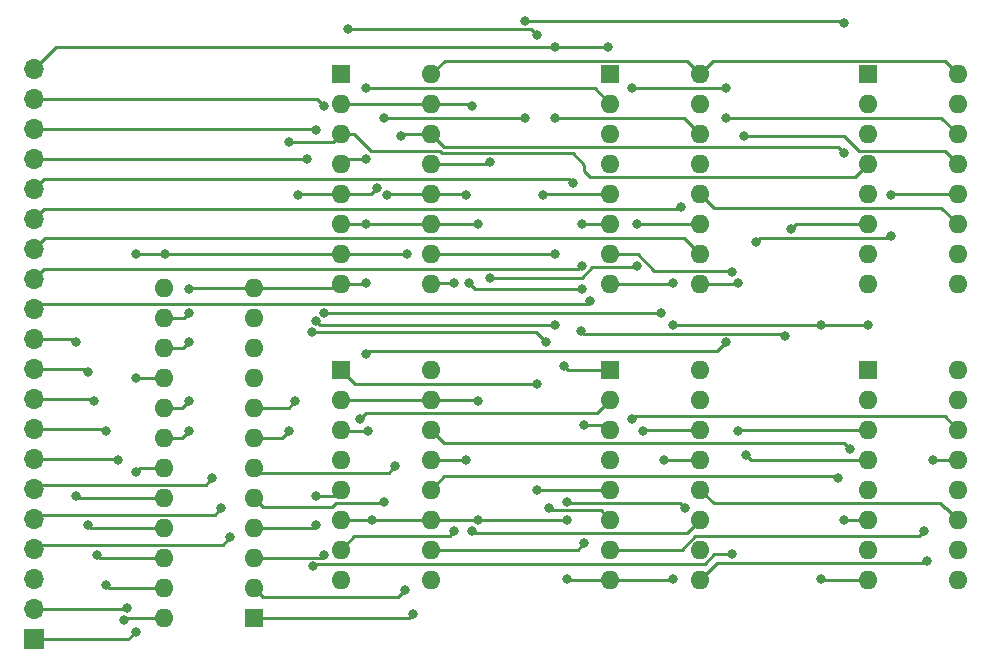
<source format=gbr>
%TF.GenerationSoftware,KiCad,Pcbnew,7.0.9*%
%TF.CreationDate,2024-01-29T12:05:15+11:00*%
%TF.ProjectId,rom-module,726f6d2d-6d6f-4647-956c-652e6b696361,rev?*%
%TF.SameCoordinates,Original*%
%TF.FileFunction,Copper,L1,Top*%
%TF.FilePolarity,Positive*%
%FSLAX46Y46*%
G04 Gerber Fmt 4.6, Leading zero omitted, Abs format (unit mm)*
G04 Created by KiCad (PCBNEW 7.0.9) date 2024-01-29 12:05:15*
%MOMM*%
%LPD*%
G01*
G04 APERTURE LIST*
%TA.AperFunction,ComponentPad*%
%ADD10O,1.600000X1.600000*%
%TD*%
%TA.AperFunction,ComponentPad*%
%ADD11R,1.600000X1.600000*%
%TD*%
%TA.AperFunction,ComponentPad*%
%ADD12O,1.700000X1.700000*%
%TD*%
%TA.AperFunction,ComponentPad*%
%ADD13R,1.700000X1.700000*%
%TD*%
%TA.AperFunction,ViaPad*%
%ADD14C,0.800000*%
%TD*%
%TA.AperFunction,Conductor*%
%ADD15C,0.250000*%
%TD*%
G04 APERTURE END LIST*
D10*
%TO.P,U4,16,VCC*%
%TO.N,+5V*%
X139000000Y-74300000D03*
%TO.P,U4,15,B3*%
%TO.N,GND*%
X139000000Y-76840000D03*
%TO.P,U4,14,A3*%
%TO.N,Net-(AT28C1-A6)*%
X139000000Y-79380000D03*
%TO.P,U4,13,S3*%
%TO.N,Net-(U4-S3)*%
X139000000Y-81920000D03*
%TO.P,U4,12,A4*%
%TO.N,Net-(AT28C1-A7)*%
X139000000Y-84460000D03*
%TO.P,U4,11,B4*%
%TO.N,GND*%
X139000000Y-87000000D03*
%TO.P,U4,10,S4*%
%TO.N,Net-(U4-S4)*%
X139000000Y-89540000D03*
%TO.P,U4,9,C4*%
%TO.N,unconnected-(U4-C4-Pad9)*%
X139000000Y-92080000D03*
%TO.P,U4,8,GND*%
%TO.N,GND*%
X131380000Y-92080000D03*
%TO.P,U4,7,C0*%
%TO.N,Net-(U3-C4)*%
X131380000Y-89540000D03*
%TO.P,U4,6,B1*%
%TO.N,GND*%
X131380000Y-87000000D03*
%TO.P,U4,5,A1*%
%TO.N,Net-(AT28C1-A4)*%
X131380000Y-84460000D03*
%TO.P,U4,4,S1*%
%TO.N,Net-(U4-S1)*%
X131380000Y-81920000D03*
%TO.P,U4,3,A2*%
%TO.N,Net-(AT28C1-A5)*%
X131380000Y-79380000D03*
%TO.P,U4,2,B2*%
%TO.N,GND*%
X131380000Y-76840000D03*
D11*
%TO.P,U4,1,S2*%
%TO.N,Net-(U4-S2)*%
X131380000Y-74300000D03*
%TD*%
D10*
%TO.P,U6,16,VCC*%
%TO.N,+5V*%
X161820000Y-74300000D03*
%TO.P,U6,15,E*%
%TO.N,GND*%
X161820000Y-76840000D03*
%TO.P,U6,14,I0d*%
%TO.N,Net-(U4-S4)*%
X161820000Y-79380000D03*
%TO.P,U6,13,I1d*%
%TO.N,Net-(J1-Pin_19)*%
X161820000Y-81920000D03*
%TO.P,U6,12,Zd*%
%TO.N,Net-(U2-D3)*%
X161820000Y-84460000D03*
%TO.P,U6,11,I0c*%
%TO.N,Net-(U4-S3)*%
X161820000Y-87000000D03*
%TO.P,U6,10,I1c*%
%TO.N,Net-(J1-Pin_18)*%
X161820000Y-89540000D03*
%TO.P,U6,9,Zc*%
%TO.N,Net-(U2-D2)*%
X161820000Y-92080000D03*
%TO.P,U6,8,GND*%
%TO.N,GND*%
X154200000Y-92080000D03*
%TO.P,U6,7,Zb*%
%TO.N,Net-(U2-D1)*%
X154200000Y-89540000D03*
%TO.P,U6,6,I1b*%
%TO.N,Net-(J1-Pin_17)*%
X154200000Y-87000000D03*
%TO.P,U6,5,I0b*%
%TO.N,Net-(U4-S2)*%
X154200000Y-84460000D03*
%TO.P,U6,4,Za*%
%TO.N,Net-(U2-D0)*%
X154200000Y-81920000D03*
%TO.P,U6,3,I1a*%
%TO.N,Net-(J1-Pin_16)*%
X154200000Y-79380000D03*
%TO.P,U6,2,I0a*%
%TO.N,Net-(U4-S1)*%
X154200000Y-76840000D03*
D11*
%TO.P,U6,1,S*%
%TO.N,br_en*%
X154200000Y-74300000D03*
%TD*%
D10*
%TO.P,U5,16,VCC*%
%TO.N,+5V*%
X161820000Y-49260000D03*
%TO.P,U5,15,E*%
%TO.N,GND*%
X161820000Y-51800000D03*
%TO.P,U5,14,I0d*%
%TO.N,Net-(U3-S4)*%
X161820000Y-54340000D03*
%TO.P,U5,13,I1d*%
%TO.N,Net-(J1-Pin_15)*%
X161820000Y-56880000D03*
%TO.P,U5,12,Zd*%
%TO.N,Net-(U1-D3)*%
X161820000Y-59420000D03*
%TO.P,U5,11,I0c*%
%TO.N,Net-(U3-S3)*%
X161820000Y-61960000D03*
%TO.P,U5,10,I1c*%
%TO.N,Net-(J1-Pin_14)*%
X161820000Y-64500000D03*
%TO.P,U5,9,Zc*%
%TO.N,Net-(U1-D2)*%
X161820000Y-67040000D03*
%TO.P,U5,8,GND*%
%TO.N,GND*%
X154200000Y-67040000D03*
%TO.P,U5,7,Zb*%
%TO.N,Net-(U1-D1)*%
X154200000Y-64500000D03*
%TO.P,U5,6,I1b*%
%TO.N,Net-(J1-Pin_13)*%
X154200000Y-61960000D03*
%TO.P,U5,5,I0b*%
%TO.N,Net-(U3-S2)*%
X154200000Y-59420000D03*
%TO.P,U5,4,Za*%
%TO.N,Net-(U1-D0)*%
X154200000Y-56880000D03*
%TO.P,U5,3,I1a*%
%TO.N,Net-(J1-Pin_12)*%
X154200000Y-54340000D03*
%TO.P,U5,2,I0a*%
%TO.N,Net-(U3-S1)*%
X154200000Y-51800000D03*
D11*
%TO.P,U5,1,S*%
%TO.N,br_en*%
X154200000Y-49260000D03*
%TD*%
D10*
%TO.P,U3,16,VCC*%
%TO.N,+5V*%
X139000000Y-49300000D03*
%TO.P,U3,15,B3*%
%TO.N,GND*%
X139000000Y-51840000D03*
%TO.P,U3,14,A3*%
%TO.N,Net-(AT28C1-A2)*%
X139000000Y-54380000D03*
%TO.P,U3,13,S3*%
%TO.N,Net-(U3-S3)*%
X139000000Y-56920000D03*
%TO.P,U3,12,A4*%
%TO.N,Net-(AT28C1-A3)*%
X139000000Y-59460000D03*
%TO.P,U3,11,B4*%
%TO.N,GND*%
X139000000Y-62000000D03*
%TO.P,U3,10,S4*%
%TO.N,Net-(U3-S4)*%
X139000000Y-64540000D03*
%TO.P,U3,9,C4*%
%TO.N,Net-(U3-C4)*%
X139000000Y-67080000D03*
%TO.P,U3,8,GND*%
%TO.N,GND*%
X131380000Y-67080000D03*
%TO.P,U3,7,C0*%
%TO.N,+5V*%
X131380000Y-64540000D03*
%TO.P,U3,6,B1*%
%TO.N,GND*%
X131380000Y-62000000D03*
%TO.P,U3,5,A1*%
%TO.N,Net-(AT28C1-A0)*%
X131380000Y-59460000D03*
%TO.P,U3,4,S1*%
%TO.N,Net-(U3-S1)*%
X131380000Y-56920000D03*
%TO.P,U3,3,A2*%
%TO.N,Net-(AT28C1-A1)*%
X131380000Y-54380000D03*
%TO.P,U3,2,B2*%
%TO.N,GND*%
X131380000Y-51840000D03*
D11*
%TO.P,U3,1,S2*%
%TO.N,Net-(U3-S2)*%
X131380000Y-49300000D03*
%TD*%
D10*
%TO.P,U2,16,VCC*%
%TO.N,+5V*%
X183620000Y-74300000D03*
%TO.P,U2,15,Mr*%
%TO.N,unconnected-(U2-Mr-Pad15)*%
X183620000Y-76840000D03*
%TO.P,U2,14,D0*%
%TO.N,Net-(U2-D0)*%
X183620000Y-79380000D03*
%TO.P,U2,13,D1*%
%TO.N,Net-(U2-D1)*%
X183620000Y-81920000D03*
%TO.P,U2,12,D2*%
%TO.N,Net-(U2-D2)*%
X183620000Y-84460000D03*
%TO.P,U2,11,D3*%
%TO.N,Net-(U2-D3)*%
X183620000Y-87000000D03*
%TO.P,U2,10,E2*%
%TO.N,unconnected-(U2-E2-Pad10)*%
X183620000Y-89540000D03*
%TO.P,U2,9,E1*%
%TO.N,unconnected-(U2-E1-Pad9)*%
X183620000Y-92080000D03*
%TO.P,U2,8,GND*%
%TO.N,GND*%
X176000000Y-92080000D03*
%TO.P,U2,7,Cp*%
%TO.N,unconnected-(U2-Cp-Pad7)*%
X176000000Y-89540000D03*
%TO.P,U2,6,Q3*%
%TO.N,Net-(AT28C1-A7)*%
X176000000Y-87000000D03*
%TO.P,U2,5,Q2*%
%TO.N,Net-(AT28C1-A6)*%
X176000000Y-84460000D03*
%TO.P,U2,4,Q1*%
%TO.N,Net-(AT28C1-A5)*%
X176000000Y-81920000D03*
%TO.P,U2,3,Q0*%
%TO.N,Net-(AT28C1-A4)*%
X176000000Y-79380000D03*
%TO.P,U2,2,Oe2*%
%TO.N,unconnected-(U2-Oe2-Pad2)*%
X176000000Y-76840000D03*
D11*
%TO.P,U2,1,Oe1*%
%TO.N,unconnected-(U2-Oe1-Pad1)*%
X176000000Y-74300000D03*
%TD*%
D10*
%TO.P,U1,16,VCC*%
%TO.N,+5V*%
X183620000Y-49300000D03*
%TO.P,U1,15,Mr*%
%TO.N,unconnected-(U1-Mr-Pad15)*%
X183620000Y-51840000D03*
%TO.P,U1,14,D0*%
%TO.N,Net-(U1-D0)*%
X183620000Y-54380000D03*
%TO.P,U1,13,D1*%
%TO.N,Net-(U1-D1)*%
X183620000Y-56920000D03*
%TO.P,U1,12,D2*%
%TO.N,Net-(U1-D2)*%
X183620000Y-59460000D03*
%TO.P,U1,11,D3*%
%TO.N,Net-(U1-D3)*%
X183620000Y-62000000D03*
%TO.P,U1,10,E2*%
%TO.N,unconnected-(U1-E2-Pad10)*%
X183620000Y-64540000D03*
%TO.P,U1,9,E1*%
%TO.N,unconnected-(U1-E1-Pad9)*%
X183620000Y-67080000D03*
%TO.P,U1,8,GND*%
%TO.N,GND*%
X176000000Y-67080000D03*
%TO.P,U1,7,Cp*%
%TO.N,unconnected-(U1-Cp-Pad7)*%
X176000000Y-64540000D03*
%TO.P,U1,6,Q3*%
%TO.N,Net-(AT28C1-A3)*%
X176000000Y-62000000D03*
%TO.P,U1,5,Q2*%
%TO.N,Net-(AT28C1-A2)*%
X176000000Y-59460000D03*
%TO.P,U1,4,Q1*%
%TO.N,Net-(AT28C1-A1)*%
X176000000Y-56920000D03*
%TO.P,U1,3,Q0*%
%TO.N,Net-(AT28C1-A0)*%
X176000000Y-54380000D03*
%TO.P,U1,2,Oe2*%
%TO.N,unconnected-(U1-Oe2-Pad2)*%
X176000000Y-51840000D03*
D11*
%TO.P,U1,1,Oe1*%
%TO.N,unconnected-(U1-Oe1-Pad1)*%
X176000000Y-49300000D03*
%TD*%
D12*
%TO.P,J1,20,Pin_20*%
%TO.N,br_en*%
X105375000Y-48865000D03*
%TO.P,J1,19,Pin_19*%
%TO.N,Net-(J1-Pin_19)*%
X105375000Y-51405000D03*
%TO.P,J1,18,Pin_18*%
%TO.N,Net-(J1-Pin_18)*%
X105375000Y-53945000D03*
%TO.P,J1,17,Pin_17*%
%TO.N,Net-(J1-Pin_17)*%
X105375000Y-56485000D03*
%TO.P,J1,16,Pin_16*%
%TO.N,Net-(J1-Pin_16)*%
X105375000Y-59025000D03*
%TO.P,J1,15,Pin_15*%
%TO.N,Net-(J1-Pin_15)*%
X105375000Y-61565000D03*
%TO.P,J1,14,Pin_14*%
%TO.N,Net-(J1-Pin_14)*%
X105375000Y-64105000D03*
%TO.P,J1,13,Pin_13*%
%TO.N,Net-(J1-Pin_13)*%
X105375000Y-66645000D03*
%TO.P,J1,12,Pin_12*%
%TO.N,Net-(J1-Pin_12)*%
X105375000Y-69185000D03*
%TO.P,J1,11,Pin_11*%
%TO.N,Net-(AT28C1-IO7)*%
X105375000Y-71725000D03*
%TO.P,J1,10,Pin_10*%
%TO.N,Net-(AT28C1-IO6)*%
X105375000Y-74265000D03*
%TO.P,J1,9,Pin_9*%
%TO.N,Net-(AT28C1-IO5)*%
X105375000Y-76805000D03*
%TO.P,J1,8,Pin_8*%
%TO.N,Net-(AT28C1-IO4)*%
X105375000Y-79345000D03*
%TO.P,J1,7,Pin_7*%
%TO.N,Net-(AT28C1-IO3)*%
X105375000Y-81885000D03*
%TO.P,J1,6,Pin_6*%
%TO.N,Net-(AT28C1-IO2)*%
X105375000Y-84425000D03*
%TO.P,J1,5,Pin_5*%
%TO.N,Net-(AT28C1-IO1)*%
X105375000Y-86965000D03*
%TO.P,J1,4,Pin_4*%
%TO.N,Net-(AT28C1-IO0)*%
X105375000Y-89505000D03*
%TO.P,J1,3,Pin_3*%
%TO.N,clk*%
X105375000Y-92045000D03*
%TO.P,J1,2,Pin_2*%
%TO.N,+5V*%
X105375000Y-94585000D03*
D13*
%TO.P,J1,1,Pin_1*%
%TO.N,GND*%
X105375000Y-97125000D03*
%TD*%
D10*
%TO.P,AT28C1,24,IO3*%
%TO.N,Net-(AT28C1-IO3)*%
X116380000Y-95320000D03*
%TO.P,AT28C1,23,IO4*%
%TO.N,Net-(AT28C1-IO4)*%
X116380000Y-92780000D03*
%TO.P,AT28C1,22,IO5*%
%TO.N,Net-(AT28C1-IO5)*%
X116380000Y-90240000D03*
%TO.P,AT28C1,21,IO6*%
%TO.N,Net-(AT28C1-IO6)*%
X116380000Y-87700000D03*
%TO.P,AT28C1,20,IO7*%
%TO.N,Net-(AT28C1-IO7)*%
X116380000Y-85160000D03*
%TO.P,AT28C1,19,!CE*%
%TO.N,GND*%
X116380000Y-82620000D03*
%TO.P,AT28C1,18,A10*%
X116380000Y-80080000D03*
%TO.P,AT28C1,17,!OE*%
X116380000Y-77540000D03*
%TO.P,AT28C1,16,!WE*%
%TO.N,+5V*%
X116380000Y-75000000D03*
%TO.P,AT28C1,15,A9*%
%TO.N,GND*%
X116380000Y-72460000D03*
%TO.P,AT28C1,14,A8*%
X116380000Y-69920000D03*
%TO.P,AT28C1,13,VCC*%
%TO.N,+5V*%
X116380000Y-67380000D03*
%TO.P,AT28C1,12,GND*%
%TO.N,GND*%
X124000000Y-67380000D03*
%TO.P,AT28C1,11,IO2*%
%TO.N,Net-(AT28C1-IO2)*%
X124000000Y-69920000D03*
%TO.P,AT28C1,10,IO1*%
%TO.N,Net-(AT28C1-IO1)*%
X124000000Y-72460000D03*
%TO.P,AT28C1,9,IO0*%
%TO.N,Net-(AT28C1-IO0)*%
X124000000Y-75000000D03*
%TO.P,AT28C1,8,A0*%
%TO.N,Net-(AT28C1-A0)*%
X124000000Y-77540000D03*
%TO.P,AT28C1,7,A1*%
%TO.N,Net-(AT28C1-A1)*%
X124000000Y-80080000D03*
%TO.P,AT28C1,6,A2*%
%TO.N,Net-(AT28C1-A2)*%
X124000000Y-82620000D03*
%TO.P,AT28C1,5,A3*%
%TO.N,Net-(AT28C1-A3)*%
X124000000Y-85160000D03*
%TO.P,AT28C1,4,A4*%
%TO.N,Net-(AT28C1-A4)*%
X124000000Y-87700000D03*
%TO.P,AT28C1,3,A5*%
%TO.N,Net-(AT28C1-A5)*%
X124000000Y-90240000D03*
%TO.P,AT28C1,2,A6*%
%TO.N,Net-(AT28C1-A6)*%
X124000000Y-92780000D03*
D11*
%TO.P,AT28C1,1,A7*%
%TO.N,Net-(AT28C1-A7)*%
X124000000Y-95320000D03*
%TD*%
D14*
%TO.N,+5V*%
X137000000Y-64500000D03*
%TO.N,GND*%
X133500000Y-67000000D03*
X133500000Y-62000000D03*
%TO.N,Net-(U3-C4)*%
X141000000Y-67000000D03*
X141000000Y-88000000D03*
%TO.N,+5V*%
X114000000Y-64500000D03*
X116500000Y-64500000D03*
%TO.N,Net-(U4-S2)*%
X148000000Y-84500000D03*
X148000000Y-75500000D03*
%TO.N,Net-(AT28C1-A3)*%
X151775500Y-67500000D03*
X142000000Y-59500000D03*
X151724500Y-71000000D03*
X142275500Y-67000000D03*
X169000000Y-71500000D03*
X169500000Y-62400500D03*
%TO.N,Net-(AT28C1-A5)*%
X165724500Y-81500000D03*
X164000000Y-72000000D03*
X133724500Y-79500000D03*
X133500000Y-73000000D03*
%TO.N,Net-(U1-D2)*%
X178000000Y-63000000D03*
X166500000Y-63500000D03*
X165000000Y-67000000D03*
X178000000Y-59500000D03*
%TO.N,Net-(U1-D1)*%
X164500000Y-66000000D03*
X165500000Y-54500000D03*
%TO.N,Net-(AT28C1-A0)*%
X134435462Y-58958390D03*
X147000000Y-44775500D03*
X174000000Y-45000000D03*
X135000000Y-53000000D03*
X147000000Y-53000000D03*
%TO.N,Net-(U3-S3)*%
X144000000Y-66519500D03*
X156500000Y-62000000D03*
X156500000Y-65500000D03*
X144000000Y-56726000D03*
%TO.N,Net-(U3-S2)*%
X148500000Y-59500000D03*
X132000000Y-45500000D03*
X148000000Y-46000000D03*
%TO.N,Net-(U3-S1)*%
X133500000Y-56500000D03*
X133500000Y-50500000D03*
%TO.N,Net-(U1-D0)*%
X156000000Y-50500000D03*
X164000000Y-50500000D03*
X164000000Y-53000000D03*
%TO.N,Net-(AT28C1-A2)*%
X174000000Y-56000000D03*
%TO.N,Net-(U3-S4)*%
X149500000Y-53000000D03*
X149500000Y-64500000D03*
%TO.N,Net-(U4-S1)*%
X133000000Y-78500000D03*
%TO.N,Net-(U4-S4)*%
X152000000Y-89000000D03*
X157000000Y-79500000D03*
%TO.N,Net-(AT28C1-A4)*%
X129000000Y-90964500D03*
X165000000Y-79500000D03*
X164500000Y-89940500D03*
%TO.N,Net-(U2-D0)*%
X156000000Y-78500000D03*
%TO.N,Net-(U2-D1)*%
X181500000Y-82000000D03*
X180775500Y-88000000D03*
%TO.N,Net-(U2-D2)*%
X181000000Y-90500000D03*
%TO.N,Net-(AT28C1-A7)*%
X174000000Y-87000000D03*
X173500000Y-83500000D03*
%TO.N,Net-(U4-S3)*%
X142500000Y-88000000D03*
X142000000Y-82000000D03*
%TO.N,Net-(AT28C1-A6)*%
X174500000Y-81000000D03*
%TO.N,Net-(AT28C1-A1)*%
X127000000Y-55000000D03*
X127000000Y-79500000D03*
%TO.N,Net-(AT28C1-A0)*%
X127775500Y-59500000D03*
X127500000Y-77000000D03*
%TO.N,Net-(AT28C1-A3)*%
X135275500Y-59500000D03*
X135000000Y-85500000D03*
%TO.N,Net-(AT28C1-A2)*%
X136500000Y-54500000D03*
X136000000Y-82500000D03*
%TO.N,Net-(J1-Pin_17)*%
X149000000Y-86000000D03*
X128946675Y-71144249D03*
X128500000Y-56500000D03*
X148775500Y-72000000D03*
%TO.N,Net-(J1-Pin_18)*%
X150500000Y-85500000D03*
X149500000Y-70500000D03*
X129265310Y-54000000D03*
X129293245Y-70206755D03*
X160500000Y-86000000D03*
%TO.N,Net-(J1-Pin_19)*%
X158775500Y-82000000D03*
X129989810Y-52001181D03*
X130000000Y-69500000D03*
X158500000Y-69500000D03*
%TO.N,br_en*%
X150275500Y-74000000D03*
X149500000Y-47000000D03*
X154000000Y-47000000D03*
%TO.N,Net-(J1-Pin_16)*%
X151000000Y-58500000D03*
X152000000Y-79000000D03*
%TO.N,Net-(J1-Pin_15)*%
X160224500Y-60500000D03*
%TO.N,Net-(J1-Pin_13)*%
X151775500Y-62000000D03*
X151775500Y-65500000D03*
%TO.N,Net-(J1-Pin_12)*%
X152500000Y-68500000D03*
%TO.N,Net-(AT28C1-A4)*%
X129275500Y-85000000D03*
X129275500Y-87500000D03*
%TO.N,Net-(AT28C1-A5)*%
X130000000Y-90000000D03*
%TO.N,Net-(AT28C1-A6)*%
X136775500Y-93000000D03*
%TO.N,Net-(AT28C1-A7)*%
X137500000Y-95000000D03*
%TO.N,Net-(AT28C1-IO7)*%
X109000000Y-85000000D03*
X109000000Y-72000000D03*
%TO.N,Net-(AT28C1-IO6)*%
X110000000Y-87500000D03*
X110000000Y-74500000D03*
%TO.N,Net-(AT28C1-IO5)*%
X110500000Y-77000000D03*
X110775500Y-90000000D03*
%TO.N,Net-(AT28C1-IO4)*%
X111500000Y-92500000D03*
X111500000Y-79500000D03*
%TO.N,Net-(AT28C1-IO3)*%
X113000000Y-95500000D03*
X112500000Y-82000000D03*
%TO.N,Net-(AT28C1-IO2)*%
X120500000Y-83500000D03*
%TO.N,Net-(AT28C1-IO1)*%
X121275500Y-86000000D03*
%TO.N,Net-(AT28C1-IO0)*%
X122000000Y-88500000D03*
%TO.N,+5V*%
X114000000Y-75000000D03*
X113275500Y-94500000D03*
%TO.N,GND*%
X114000000Y-96500000D03*
X114000000Y-83000000D03*
X134000000Y-87000000D03*
X118500000Y-69500000D03*
X118500000Y-72000000D03*
X118500000Y-77000000D03*
X118500000Y-79500000D03*
X118500000Y-67500000D03*
X142500000Y-52000000D03*
X143000000Y-62000000D03*
X143000000Y-77000000D03*
X143000000Y-87000000D03*
X172000000Y-92000000D03*
X172000000Y-70500000D03*
X176000000Y-70500000D03*
X159500000Y-70500000D03*
X159500000Y-67000000D03*
X159500000Y-92000000D03*
X150500000Y-87000000D03*
X150500000Y-92000000D03*
%TD*%
D15*
%TO.N,+5V*%
X136960000Y-64540000D02*
X137000000Y-64500000D01*
X131380000Y-64540000D02*
X136960000Y-64540000D01*
%TO.N,GND*%
X133420000Y-67080000D02*
X133500000Y-67000000D01*
X133500000Y-62000000D02*
X131380000Y-62000000D01*
X131380000Y-67080000D02*
X133420000Y-67080000D01*
X139000000Y-62000000D02*
X133500000Y-62000000D01*
%TO.N,Net-(U3-C4)*%
X141000000Y-67000000D02*
X139080000Y-67000000D01*
X139080000Y-67000000D02*
X139000000Y-67080000D01*
X131380000Y-89540000D02*
X132505000Y-88415000D01*
X132505000Y-88415000D02*
X140585000Y-88415000D01*
X140585000Y-88415000D02*
X141000000Y-88000000D01*
%TO.N,+5V*%
X116500000Y-64500000D02*
X114000000Y-64500000D01*
X116540000Y-64540000D02*
X116500000Y-64500000D01*
X131380000Y-64540000D02*
X116540000Y-64540000D01*
%TO.N,Net-(U4-S2)*%
X148000000Y-84500000D02*
X148040000Y-84460000D01*
X131380000Y-74300000D02*
X132580000Y-75500000D01*
X132580000Y-75500000D02*
X148000000Y-75500000D01*
X148040000Y-84460000D02*
X154200000Y-84460000D01*
%TO.N,Net-(AT28C1-A3)*%
X169900500Y-62000000D02*
X169500000Y-62400500D01*
X176000000Y-62000000D02*
X169900500Y-62000000D01*
X151775500Y-67500000D02*
X142775500Y-67500000D01*
X168775000Y-71275000D02*
X151999500Y-71275000D01*
X151999500Y-71275000D02*
X151724500Y-71000000D01*
X142775500Y-67500000D02*
X142275500Y-67000000D01*
X169000000Y-71500000D02*
X168775000Y-71275000D01*
X142000000Y-59500000D02*
X141960000Y-59460000D01*
X141960000Y-59460000D02*
X139000000Y-59460000D01*
%TO.N,Net-(AT28C1-A5)*%
X133724500Y-79500000D02*
X131500000Y-79500000D01*
X164000000Y-72000000D02*
X163275000Y-72725000D01*
X176000000Y-81920000D02*
X166144500Y-81920000D01*
X133775000Y-72725000D02*
X133500000Y-73000000D01*
X131500000Y-79500000D02*
X131380000Y-79380000D01*
X163275000Y-72725000D02*
X133775000Y-72725000D01*
X166144500Y-81920000D02*
X165724500Y-81500000D01*
%TO.N,Net-(U1-D2)*%
X178040000Y-59460000D02*
X178000000Y-59500000D01*
X183620000Y-59460000D02*
X178040000Y-59460000D01*
X165000000Y-67000000D02*
X164960000Y-67040000D01*
X178000000Y-63000000D02*
X177875000Y-63125000D01*
X177875000Y-63125000D02*
X166875000Y-63125000D01*
X166875000Y-63125000D02*
X166500000Y-63500000D01*
X164960000Y-67040000D02*
X161820000Y-67040000D01*
%TO.N,Net-(U1-D1)*%
X182495000Y-55795000D02*
X175295000Y-55795000D01*
X183620000Y-56920000D02*
X182495000Y-55795000D01*
X157940305Y-65915000D02*
X156525305Y-64500000D01*
X174000000Y-54500000D02*
X165500000Y-54500000D01*
X175295000Y-55795000D02*
X174000000Y-54500000D01*
X156525305Y-64500000D02*
X154200000Y-64500000D01*
X164500000Y-66000000D02*
X164415000Y-65915000D01*
X164415000Y-65915000D02*
X157940305Y-65915000D01*
%TO.N,Net-(AT28C1-A0)*%
X131380000Y-59460000D02*
X133933852Y-59460000D01*
X135000000Y-53000000D02*
X147000000Y-53000000D01*
X147000000Y-44775500D02*
X173775500Y-44775500D01*
X133933852Y-59460000D02*
X134435462Y-58958390D01*
X173775500Y-44775500D02*
X174000000Y-45000000D01*
%TO.N,Net-(U3-S3)*%
X144000000Y-56726000D02*
X143806000Y-56920000D01*
X143806000Y-56920000D02*
X139000000Y-56920000D01*
%TO.N,Net-(AT28C1-A1)*%
X131380000Y-54380000D02*
X132511370Y-54380000D01*
X132511370Y-54380000D02*
X133926370Y-55795000D01*
X133926370Y-55795000D02*
X139778604Y-55795000D01*
X139778604Y-55795000D02*
X139984604Y-56001000D01*
X139984604Y-56001000D02*
X151001000Y-56001000D01*
X152520305Y-58005000D02*
X174915000Y-58005000D01*
X174915000Y-58005000D02*
X176000000Y-56920000D01*
X151001000Y-56001000D02*
X151965805Y-56965805D01*
X151965805Y-56965805D02*
X151965805Y-57450500D01*
X151965805Y-57450500D02*
X152520305Y-58005000D01*
%TO.N,Net-(U3-S3)*%
X151781305Y-66519500D02*
X144000000Y-66519500D01*
X156375000Y-65625000D02*
X152675805Y-65625000D01*
X152675805Y-65625000D02*
X151781305Y-66519500D01*
X156540000Y-61960000D02*
X156500000Y-62000000D01*
X156500000Y-65500000D02*
X156375000Y-65625000D01*
X161820000Y-61960000D02*
X156540000Y-61960000D01*
%TO.N,Net-(U1-D3)*%
X183620000Y-62000000D02*
X182205000Y-60585000D01*
X182205000Y-60585000D02*
X162985000Y-60585000D01*
X162985000Y-60585000D02*
X161820000Y-59420000D01*
%TO.N,Net-(U3-S2)*%
X132000000Y-45500000D02*
X147500000Y-45500000D01*
X148500000Y-59500000D02*
X148580000Y-59420000D01*
X147500000Y-45500000D02*
X148000000Y-46000000D01*
X148580000Y-59420000D02*
X154200000Y-59420000D01*
%TO.N,Net-(U3-S1)*%
X131800000Y-56500000D02*
X131380000Y-56920000D01*
X154200000Y-51800000D02*
X152900000Y-50500000D01*
X152900000Y-50500000D02*
X133500000Y-50500000D01*
X133500000Y-56500000D02*
X131800000Y-56500000D01*
%TO.N,Net-(U1-D0)*%
X182240000Y-53000000D02*
X175500000Y-53000000D01*
X183620000Y-54380000D02*
X182240000Y-53000000D01*
X175500000Y-53000000D02*
X164000000Y-53000000D01*
X164000000Y-50500000D02*
X156000000Y-50500000D01*
%TO.N,Net-(AT28C1-A2)*%
X139000000Y-54380000D02*
X140085000Y-55465000D01*
X173465000Y-55465000D02*
X174000000Y-56000000D01*
X140085000Y-55465000D02*
X173465000Y-55465000D01*
%TO.N,Net-(U3-S4)*%
X139000000Y-64540000D02*
X149460000Y-64540000D01*
X149500000Y-53000000D02*
X160480000Y-53000000D01*
X149460000Y-64540000D02*
X149500000Y-64500000D01*
X160480000Y-53000000D02*
X161820000Y-54340000D01*
%TO.N,Net-(U4-S1)*%
X133535000Y-77965000D02*
X133000000Y-78500000D01*
X153075000Y-77965000D02*
X133535000Y-77965000D01*
X154200000Y-76840000D02*
X153075000Y-77965000D01*
%TO.N,Net-(U4-S4)*%
X157000000Y-79500000D02*
X157120000Y-79380000D01*
X151460000Y-89540000D02*
X152000000Y-89000000D01*
X157120000Y-79380000D02*
X161820000Y-79380000D01*
X139000000Y-89540000D02*
X151460000Y-89540000D01*
%TO.N,Net-(AT28C1-A4)*%
X162225991Y-90725000D02*
X129239500Y-90725000D01*
X164500000Y-89940500D02*
X163010491Y-89940500D01*
X129239500Y-90725000D02*
X129000000Y-90964500D01*
X165120000Y-79380000D02*
X165000000Y-79500000D01*
X176000000Y-79380000D02*
X165120000Y-79380000D01*
X163010491Y-89940500D02*
X162225991Y-90725000D01*
%TO.N,Net-(U2-D0)*%
X156245000Y-78255000D02*
X156000000Y-78500000D01*
X182495000Y-78255000D02*
X156245000Y-78255000D01*
X183620000Y-79380000D02*
X182495000Y-78255000D01*
%TO.N,Net-(U2-D1)*%
X154200000Y-89540000D02*
X160229009Y-89540000D01*
X161354009Y-88415000D02*
X180360500Y-88415000D01*
X160229009Y-89540000D02*
X161354009Y-88415000D01*
X180360500Y-88415000D02*
X180775500Y-88000000D01*
X181500000Y-82000000D02*
X183540000Y-82000000D01*
X183540000Y-82000000D02*
X183620000Y-81920000D01*
%TO.N,Net-(U2-D2)*%
X163235000Y-90665000D02*
X161820000Y-92080000D01*
X181000000Y-90500000D02*
X180835000Y-90665000D01*
X180835000Y-90665000D02*
X163235000Y-90665000D01*
%TO.N,Net-(AT28C1-A7)*%
X173335000Y-83335000D02*
X173500000Y-83500000D01*
X139000000Y-84460000D02*
X140125000Y-83335000D01*
X140125000Y-83335000D02*
X173335000Y-83335000D01*
X174000000Y-87000000D02*
X176000000Y-87000000D01*
%TO.N,Net-(U4-S3)*%
X141920000Y-81920000D02*
X139000000Y-81920000D01*
X161820000Y-87000000D02*
X160695000Y-88125000D01*
X142000000Y-82000000D02*
X141920000Y-81920000D01*
X160695000Y-88125000D02*
X142625000Y-88125000D01*
X142625000Y-88125000D02*
X142500000Y-88000000D01*
%TO.N,Net-(U2-D3)*%
X182085000Y-85585000D02*
X182500000Y-86000000D01*
X162945000Y-85585000D02*
X182085000Y-85585000D01*
X161820000Y-84460000D02*
X162945000Y-85585000D01*
X182500000Y-86000000D02*
X182620000Y-86000000D01*
X182620000Y-86000000D02*
X183620000Y-87000000D01*
%TO.N,Net-(AT28C1-A6)*%
X139000000Y-79380000D02*
X140125000Y-80505000D01*
X140125000Y-80505000D02*
X174005000Y-80505000D01*
X174005000Y-80505000D02*
X174500000Y-81000000D01*
%TO.N,Net-(AT28C1-A1)*%
X130760000Y-55000000D02*
X131380000Y-54380000D01*
X124000000Y-80080000D02*
X126420000Y-80080000D01*
X126420000Y-80080000D02*
X127000000Y-79500000D01*
X127000000Y-55000000D02*
X130760000Y-55000000D01*
%TO.N,Net-(AT28C1-A0)*%
X124000000Y-77540000D02*
X126960000Y-77540000D01*
X127775500Y-59500000D02*
X127815500Y-59460000D01*
X126960000Y-77540000D02*
X127500000Y-77000000D01*
X127815500Y-59460000D02*
X131380000Y-59460000D01*
%TO.N,Net-(AT28C1-A3)*%
X131000000Y-85585000D02*
X134915000Y-85585000D01*
X124000000Y-85160000D02*
X124799999Y-85959999D01*
X124799999Y-85959999D02*
X130625001Y-85959999D01*
X130625001Y-85959999D02*
X131000000Y-85585000D01*
X134915000Y-85585000D02*
X135000000Y-85500000D01*
X135275500Y-59500000D02*
X135315500Y-59460000D01*
X135315500Y-59460000D02*
X139000000Y-59460000D01*
%TO.N,Net-(AT28C1-A2)*%
X136500000Y-54500000D02*
X136620000Y-54380000D01*
X124000000Y-82620000D02*
X124425000Y-83045000D01*
X135455000Y-83045000D02*
X136000000Y-82500000D01*
X124425000Y-83045000D02*
X135455000Y-83045000D01*
X136620000Y-54380000D02*
X139000000Y-54380000D01*
%TO.N,Net-(J1-Pin_17)*%
X105375000Y-56485000D02*
X128485000Y-56485000D01*
X149000000Y-86000000D02*
X149225000Y-86225000D01*
X128485000Y-56485000D02*
X128500000Y-56500000D01*
X128946675Y-71144249D02*
X147919749Y-71144249D01*
X147919749Y-71144249D02*
X148775500Y-72000000D01*
X153425000Y-86225000D02*
X154200000Y-87000000D01*
X149225000Y-86225000D02*
X153425000Y-86225000D01*
%TO.N,Net-(J1-Pin_18)*%
X150585000Y-85585000D02*
X160085000Y-85585000D01*
X105375000Y-53945000D02*
X129210310Y-53945000D01*
X129210310Y-53945000D02*
X129265310Y-54000000D01*
X129293245Y-70206755D02*
X129586490Y-70500000D01*
X150500000Y-85500000D02*
X150585000Y-85585000D01*
X129586490Y-70500000D02*
X149500000Y-70500000D01*
X160085000Y-85585000D02*
X160500000Y-86000000D01*
%TO.N,Net-(J1-Pin_19)*%
X158775500Y-82000000D02*
X158855500Y-81920000D01*
X105375000Y-51405000D02*
X129393629Y-51405000D01*
X129393629Y-51405000D02*
X129989810Y-52001181D01*
X130000000Y-69500000D02*
X158500000Y-69500000D01*
X158855500Y-81920000D02*
X161820000Y-81920000D01*
%TO.N,br_en*%
X150575500Y-74300000D02*
X150275500Y-74000000D01*
X154200000Y-74300000D02*
X150575500Y-74300000D01*
X107240000Y-47000000D02*
X149500000Y-47000000D01*
X149500000Y-47000000D02*
X154000000Y-47000000D01*
X105375000Y-48865000D02*
X107240000Y-47000000D01*
%TO.N,Net-(J1-Pin_16)*%
X105375000Y-59025000D02*
X106225000Y-58175000D01*
X106225000Y-58175000D02*
X150675000Y-58175000D01*
X150675000Y-58175000D02*
X151000000Y-58500000D01*
X153820000Y-79000000D02*
X154200000Y-79380000D01*
X152000000Y-79000000D02*
X153820000Y-79000000D01*
%TO.N,Net-(J1-Pin_15)*%
X105375000Y-61565000D02*
X106225000Y-60715000D01*
X106225000Y-60715000D02*
X160009500Y-60715000D01*
X160009500Y-60715000D02*
X160224500Y-60500000D01*
%TO.N,Net-(J1-Pin_14)*%
X105375000Y-64105000D02*
X106355000Y-63125000D01*
X106355000Y-63125000D02*
X160445000Y-63125000D01*
X160445000Y-63125000D02*
X161820000Y-64500000D01*
%TO.N,Net-(J1-Pin_13)*%
X105375000Y-66645000D02*
X106225000Y-65795000D01*
X151480500Y-65795000D02*
X151775500Y-65500000D01*
X106225000Y-65795000D02*
X151480500Y-65795000D01*
X154160000Y-62000000D02*
X154200000Y-61960000D01*
X151775500Y-62000000D02*
X154160000Y-62000000D01*
%TO.N,Net-(J1-Pin_12)*%
X105375000Y-69185000D02*
X105785000Y-68775000D01*
X152225000Y-68775000D02*
X152500000Y-68500000D01*
X105785000Y-68775000D02*
X152225000Y-68775000D01*
%TO.N,Net-(AT28C1-A4)*%
X124000000Y-87700000D02*
X129075500Y-87700000D01*
X129075500Y-87700000D02*
X129275500Y-87500000D01*
X129275500Y-85000000D02*
X130840000Y-85000000D01*
X130840000Y-85000000D02*
X131380000Y-84460000D01*
%TO.N,Net-(AT28C1-A5)*%
X124000000Y-90240000D02*
X129760000Y-90240000D01*
X129760000Y-90240000D02*
X130000000Y-90000000D01*
%TO.N,Net-(AT28C1-A6)*%
X124000000Y-92780000D02*
X124799999Y-93579999D01*
X124799999Y-93579999D02*
X136195501Y-93579999D01*
X136195501Y-93579999D02*
X136775500Y-93000000D01*
%TO.N,Net-(AT28C1-A7)*%
X124000000Y-95320000D02*
X137180000Y-95320000D01*
X137180000Y-95320000D02*
X137500000Y-95000000D01*
%TO.N,Net-(AT28C1-IO7)*%
X105375000Y-71725000D02*
X108725000Y-71725000D01*
X108725000Y-71725000D02*
X109000000Y-72000000D01*
X109000000Y-85000000D02*
X109160000Y-85160000D01*
X109160000Y-85160000D02*
X116380000Y-85160000D01*
%TO.N,Net-(AT28C1-IO6)*%
X110200000Y-87700000D02*
X116380000Y-87700000D01*
X105375000Y-74265000D02*
X109765000Y-74265000D01*
X109765000Y-74265000D02*
X110000000Y-74500000D01*
X110000000Y-87500000D02*
X110200000Y-87700000D01*
%TO.N,Net-(AT28C1-IO5)*%
X111015500Y-90240000D02*
X110775500Y-90000000D01*
X116380000Y-90240000D02*
X111015500Y-90240000D01*
X110500000Y-77000000D02*
X110305000Y-76805000D01*
X110305000Y-76805000D02*
X105375000Y-76805000D01*
%TO.N,Net-(AT28C1-IO4)*%
X111500000Y-92500000D02*
X111780000Y-92780000D01*
X111345000Y-79345000D02*
X111500000Y-79500000D01*
X111780000Y-92780000D02*
X116380000Y-92780000D01*
X105375000Y-79345000D02*
X111345000Y-79345000D01*
%TO.N,Net-(AT28C1-IO3)*%
X113000000Y-95500000D02*
X113180000Y-95320000D01*
X105375000Y-81885000D02*
X112385000Y-81885000D01*
X112385000Y-81885000D02*
X112500000Y-82000000D01*
X113180000Y-95320000D02*
X116380000Y-95320000D01*
%TO.N,Net-(AT28C1-IO2)*%
X119965000Y-84035000D02*
X120500000Y-83500000D01*
X105765000Y-84035000D02*
X119965000Y-84035000D01*
X105375000Y-84425000D02*
X105765000Y-84035000D01*
%TO.N,Net-(AT28C1-IO1)*%
X105375000Y-86965000D02*
X105765000Y-86575000D01*
X120700500Y-86575000D02*
X121275500Y-86000000D01*
X105765000Y-86575000D02*
X120700500Y-86575000D01*
%TO.N,Net-(AT28C1-IO0)*%
X105375000Y-89505000D02*
X105765000Y-89115000D01*
X105765000Y-89115000D02*
X121385000Y-89115000D01*
X121385000Y-89115000D02*
X122000000Y-88500000D01*
%TO.N,+5V*%
X114000000Y-75000000D02*
X116380000Y-75000000D01*
X113190500Y-94585000D02*
X113275500Y-94500000D01*
X105375000Y-94585000D02*
X113190500Y-94585000D01*
%TO.N,GND*%
X105375000Y-97125000D02*
X113375000Y-97125000D01*
X113375000Y-97125000D02*
X114000000Y-96500000D01*
X114380000Y-82620000D02*
X116380000Y-82620000D01*
X114000000Y-83000000D02*
X114380000Y-82620000D01*
X131380000Y-87000000D02*
X139000000Y-87000000D01*
X116380000Y-69920000D02*
X118080000Y-69920000D01*
X118080000Y-69920000D02*
X118500000Y-69500000D01*
X116380000Y-72460000D02*
X118040000Y-72460000D01*
X118040000Y-72460000D02*
X118500000Y-72000000D01*
X116380000Y-77540000D02*
X117960000Y-77540000D01*
X117960000Y-77540000D02*
X118500000Y-77000000D01*
X116380000Y-80080000D02*
X117920000Y-80080000D01*
X117920000Y-80080000D02*
X118500000Y-79500000D01*
X124000000Y-67380000D02*
X118620000Y-67380000D01*
X118620000Y-67380000D02*
X118500000Y-67500000D01*
X124000000Y-67380000D02*
X131080000Y-67380000D01*
X131080000Y-67380000D02*
X131380000Y-67080000D01*
X142340000Y-51840000D02*
X139000000Y-51840000D01*
X142500000Y-52000000D02*
X142340000Y-51840000D01*
X143000000Y-62000000D02*
X139000000Y-62000000D01*
X142840000Y-76840000D02*
X139000000Y-76840000D01*
X143000000Y-77000000D02*
X142840000Y-76840000D01*
X139000000Y-87000000D02*
X150500000Y-87000000D01*
X172000000Y-92000000D02*
X172080000Y-92080000D01*
X172080000Y-92080000D02*
X176000000Y-92080000D01*
X159500000Y-70500000D02*
X176000000Y-70500000D01*
X159460000Y-67040000D02*
X159500000Y-67000000D01*
X154200000Y-67040000D02*
X159460000Y-67040000D01*
X154200000Y-92080000D02*
X159420000Y-92080000D01*
X159420000Y-92080000D02*
X159500000Y-92000000D01*
X150500000Y-92000000D02*
X150580000Y-92080000D01*
X150580000Y-92080000D02*
X154200000Y-92080000D01*
X139000000Y-76840000D02*
X131380000Y-76840000D01*
X139000000Y-51840000D02*
X131380000Y-51840000D01*
%TO.N,+5V*%
X161820000Y-49260000D02*
X162905000Y-48175000D01*
X162905000Y-48175000D02*
X182495000Y-48175000D01*
X182495000Y-48175000D02*
X183620000Y-49300000D01*
X139000000Y-49300000D02*
X140165000Y-48135000D01*
X140165000Y-48135000D02*
X160695000Y-48135000D01*
X160695000Y-48135000D02*
X161820000Y-49260000D01*
%TD*%
M02*

</source>
